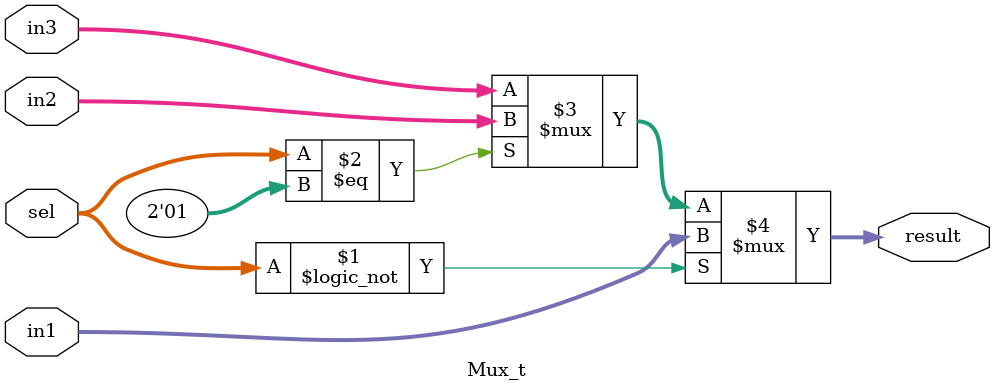
<source format=v>
module Mux_t (
    input [1:0] sel, 
    input [31:0] in1 ,
    input [31:0] in2, 
    input [31:0] in3, 
    output[31:0] result 
);

assign result = (sel == 2'd0) ? in1 :  
                (sel == 2'd1) ? in2 : in3;

    
endmodule
</source>
